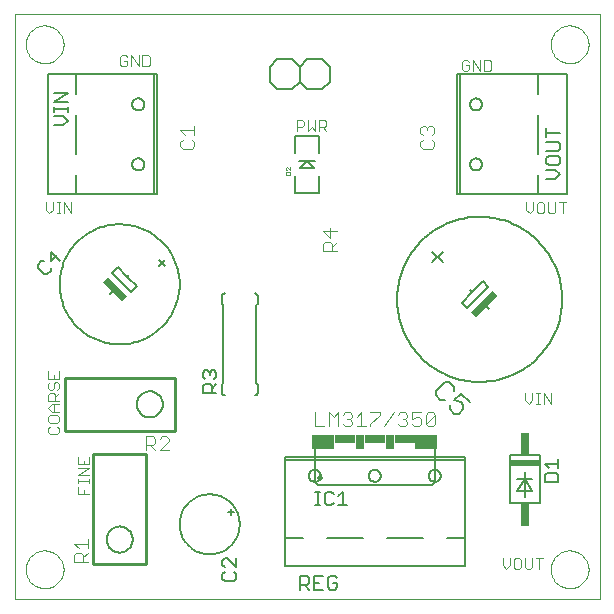
<source format=gto>
G75*
%MOIN*%
%OFA0B0*%
%FSLAX24Y24*%
%IPPOS*%
%LPD*%
%AMOC8*
5,1,8,0,0,1.08239X$1,22.5*
%
%ADD10C,0.0000*%
%ADD11C,0.0030*%
%ADD12C,0.0040*%
%ADD13C,0.0060*%
%ADD14C,0.0050*%
%ADD15R,0.1000X0.0200*%
%ADD16R,0.0300X0.0750*%
%ADD17C,0.0100*%
%ADD18R,0.0250X0.0900*%
%ADD19R,0.0250X0.1000*%
%ADD20C,0.0070*%
%ADD21C,0.0200*%
%ADD22R,0.0750X0.0500*%
%ADD23R,0.0700X0.0300*%
%ADD24R,0.0300X0.0500*%
%ADD25C,0.0080*%
%ADD26C,0.0010*%
D10*
X000100Y000100D02*
X000100Y019600D01*
X019600Y019600D01*
X019600Y000100D01*
X000100Y000100D01*
X000470Y001100D02*
X000472Y001150D01*
X000478Y001200D01*
X000488Y001249D01*
X000502Y001297D01*
X000519Y001344D01*
X000540Y001389D01*
X000565Y001433D01*
X000593Y001474D01*
X000625Y001513D01*
X000659Y001550D01*
X000696Y001584D01*
X000736Y001614D01*
X000778Y001641D01*
X000822Y001665D01*
X000868Y001686D01*
X000915Y001702D01*
X000963Y001715D01*
X001013Y001724D01*
X001062Y001729D01*
X001113Y001730D01*
X001163Y001727D01*
X001212Y001720D01*
X001261Y001709D01*
X001309Y001694D01*
X001355Y001676D01*
X001400Y001654D01*
X001443Y001628D01*
X001484Y001599D01*
X001523Y001567D01*
X001559Y001532D01*
X001591Y001494D01*
X001621Y001454D01*
X001648Y001411D01*
X001671Y001367D01*
X001690Y001321D01*
X001706Y001273D01*
X001718Y001224D01*
X001726Y001175D01*
X001730Y001125D01*
X001730Y001075D01*
X001726Y001025D01*
X001718Y000976D01*
X001706Y000927D01*
X001690Y000879D01*
X001671Y000833D01*
X001648Y000789D01*
X001621Y000746D01*
X001591Y000706D01*
X001559Y000668D01*
X001523Y000633D01*
X001484Y000601D01*
X001443Y000572D01*
X001400Y000546D01*
X001355Y000524D01*
X001309Y000506D01*
X001261Y000491D01*
X001212Y000480D01*
X001163Y000473D01*
X001113Y000470D01*
X001062Y000471D01*
X001013Y000476D01*
X000963Y000485D01*
X000915Y000498D01*
X000868Y000514D01*
X000822Y000535D01*
X000778Y000559D01*
X000736Y000586D01*
X000696Y000616D01*
X000659Y000650D01*
X000625Y000687D01*
X000593Y000726D01*
X000565Y000767D01*
X000540Y000811D01*
X000519Y000856D01*
X000502Y000903D01*
X000488Y000951D01*
X000478Y001000D01*
X000472Y001050D01*
X000470Y001100D01*
X000470Y018600D02*
X000472Y018650D01*
X000478Y018700D01*
X000488Y018749D01*
X000502Y018797D01*
X000519Y018844D01*
X000540Y018889D01*
X000565Y018933D01*
X000593Y018974D01*
X000625Y019013D01*
X000659Y019050D01*
X000696Y019084D01*
X000736Y019114D01*
X000778Y019141D01*
X000822Y019165D01*
X000868Y019186D01*
X000915Y019202D01*
X000963Y019215D01*
X001013Y019224D01*
X001062Y019229D01*
X001113Y019230D01*
X001163Y019227D01*
X001212Y019220D01*
X001261Y019209D01*
X001309Y019194D01*
X001355Y019176D01*
X001400Y019154D01*
X001443Y019128D01*
X001484Y019099D01*
X001523Y019067D01*
X001559Y019032D01*
X001591Y018994D01*
X001621Y018954D01*
X001648Y018911D01*
X001671Y018867D01*
X001690Y018821D01*
X001706Y018773D01*
X001718Y018724D01*
X001726Y018675D01*
X001730Y018625D01*
X001730Y018575D01*
X001726Y018525D01*
X001718Y018476D01*
X001706Y018427D01*
X001690Y018379D01*
X001671Y018333D01*
X001648Y018289D01*
X001621Y018246D01*
X001591Y018206D01*
X001559Y018168D01*
X001523Y018133D01*
X001484Y018101D01*
X001443Y018072D01*
X001400Y018046D01*
X001355Y018024D01*
X001309Y018006D01*
X001261Y017991D01*
X001212Y017980D01*
X001163Y017973D01*
X001113Y017970D01*
X001062Y017971D01*
X001013Y017976D01*
X000963Y017985D01*
X000915Y017998D01*
X000868Y018014D01*
X000822Y018035D01*
X000778Y018059D01*
X000736Y018086D01*
X000696Y018116D01*
X000659Y018150D01*
X000625Y018187D01*
X000593Y018226D01*
X000565Y018267D01*
X000540Y018311D01*
X000519Y018356D01*
X000502Y018403D01*
X000488Y018451D01*
X000478Y018500D01*
X000472Y018550D01*
X000470Y018600D01*
X017970Y018600D02*
X017972Y018650D01*
X017978Y018700D01*
X017988Y018749D01*
X018002Y018797D01*
X018019Y018844D01*
X018040Y018889D01*
X018065Y018933D01*
X018093Y018974D01*
X018125Y019013D01*
X018159Y019050D01*
X018196Y019084D01*
X018236Y019114D01*
X018278Y019141D01*
X018322Y019165D01*
X018368Y019186D01*
X018415Y019202D01*
X018463Y019215D01*
X018513Y019224D01*
X018562Y019229D01*
X018613Y019230D01*
X018663Y019227D01*
X018712Y019220D01*
X018761Y019209D01*
X018809Y019194D01*
X018855Y019176D01*
X018900Y019154D01*
X018943Y019128D01*
X018984Y019099D01*
X019023Y019067D01*
X019059Y019032D01*
X019091Y018994D01*
X019121Y018954D01*
X019148Y018911D01*
X019171Y018867D01*
X019190Y018821D01*
X019206Y018773D01*
X019218Y018724D01*
X019226Y018675D01*
X019230Y018625D01*
X019230Y018575D01*
X019226Y018525D01*
X019218Y018476D01*
X019206Y018427D01*
X019190Y018379D01*
X019171Y018333D01*
X019148Y018289D01*
X019121Y018246D01*
X019091Y018206D01*
X019059Y018168D01*
X019023Y018133D01*
X018984Y018101D01*
X018943Y018072D01*
X018900Y018046D01*
X018855Y018024D01*
X018809Y018006D01*
X018761Y017991D01*
X018712Y017980D01*
X018663Y017973D01*
X018613Y017970D01*
X018562Y017971D01*
X018513Y017976D01*
X018463Y017985D01*
X018415Y017998D01*
X018368Y018014D01*
X018322Y018035D01*
X018278Y018059D01*
X018236Y018086D01*
X018196Y018116D01*
X018159Y018150D01*
X018125Y018187D01*
X018093Y018226D01*
X018065Y018267D01*
X018040Y018311D01*
X018019Y018356D01*
X018002Y018403D01*
X017988Y018451D01*
X017978Y018500D01*
X017972Y018550D01*
X017970Y018600D01*
X017970Y001100D02*
X017972Y001150D01*
X017978Y001200D01*
X017988Y001249D01*
X018002Y001297D01*
X018019Y001344D01*
X018040Y001389D01*
X018065Y001433D01*
X018093Y001474D01*
X018125Y001513D01*
X018159Y001550D01*
X018196Y001584D01*
X018236Y001614D01*
X018278Y001641D01*
X018322Y001665D01*
X018368Y001686D01*
X018415Y001702D01*
X018463Y001715D01*
X018513Y001724D01*
X018562Y001729D01*
X018613Y001730D01*
X018663Y001727D01*
X018712Y001720D01*
X018761Y001709D01*
X018809Y001694D01*
X018855Y001676D01*
X018900Y001654D01*
X018943Y001628D01*
X018984Y001599D01*
X019023Y001567D01*
X019059Y001532D01*
X019091Y001494D01*
X019121Y001454D01*
X019148Y001411D01*
X019171Y001367D01*
X019190Y001321D01*
X019206Y001273D01*
X019218Y001224D01*
X019226Y001175D01*
X019230Y001125D01*
X019230Y001075D01*
X019226Y001025D01*
X019218Y000976D01*
X019206Y000927D01*
X019190Y000879D01*
X019171Y000833D01*
X019148Y000789D01*
X019121Y000746D01*
X019091Y000706D01*
X019059Y000668D01*
X019023Y000633D01*
X018984Y000601D01*
X018943Y000572D01*
X018900Y000546D01*
X018855Y000524D01*
X018809Y000506D01*
X018761Y000491D01*
X018712Y000480D01*
X018663Y000473D01*
X018613Y000470D01*
X018562Y000471D01*
X018513Y000476D01*
X018463Y000485D01*
X018415Y000498D01*
X018368Y000514D01*
X018322Y000535D01*
X018278Y000559D01*
X018236Y000586D01*
X018196Y000616D01*
X018159Y000650D01*
X018125Y000687D01*
X018093Y000726D01*
X018065Y000767D01*
X018040Y000811D01*
X018019Y000856D01*
X018002Y000903D01*
X017988Y000951D01*
X017978Y001000D01*
X017972Y001050D01*
X017970Y001100D01*
D11*
X017593Y001115D02*
X017593Y001485D01*
X017470Y001485D02*
X017717Y001485D01*
X017349Y001485D02*
X017349Y001177D01*
X017287Y001115D01*
X017163Y001115D01*
X017102Y001177D01*
X017102Y001485D01*
X016980Y001424D02*
X016918Y001485D01*
X016795Y001485D01*
X016733Y001424D01*
X016733Y001177D01*
X016795Y001115D01*
X016918Y001115D01*
X016980Y001177D01*
X016980Y001424D01*
X016612Y001485D02*
X016612Y001238D01*
X016488Y001115D01*
X016365Y001238D01*
X016365Y001485D01*
X017238Y006615D02*
X017362Y006738D01*
X017362Y006985D01*
X017483Y006985D02*
X017607Y006985D01*
X017545Y006985D02*
X017545Y006615D01*
X017483Y006615D02*
X017607Y006615D01*
X017729Y006615D02*
X017729Y006985D01*
X017976Y006615D01*
X017976Y006985D01*
X017238Y006615D02*
X017115Y006738D01*
X017115Y006985D01*
X017265Y012965D02*
X017389Y013088D01*
X017389Y013335D01*
X017510Y013274D02*
X017510Y013027D01*
X017572Y012965D01*
X017695Y012965D01*
X017757Y013027D01*
X017757Y013274D01*
X017695Y013335D01*
X017572Y013335D01*
X017510Y013274D01*
X017142Y013335D02*
X017142Y013088D01*
X017265Y012965D01*
X017878Y013027D02*
X017940Y012965D01*
X018064Y012965D01*
X018125Y013027D01*
X018125Y013335D01*
X018247Y013335D02*
X018494Y013335D01*
X018370Y013335D02*
X018370Y012965D01*
X017878Y013027D02*
X017878Y013335D01*
X015932Y017715D02*
X015747Y017715D01*
X015747Y018085D01*
X015932Y018085D01*
X015994Y018024D01*
X015994Y017777D01*
X015932Y017715D01*
X015625Y017715D02*
X015625Y018085D01*
X015378Y018085D02*
X015625Y017715D01*
X015378Y017715D02*
X015378Y018085D01*
X015257Y018024D02*
X015195Y018085D01*
X015072Y018085D01*
X015010Y018024D01*
X015010Y017777D01*
X015072Y017715D01*
X015195Y017715D01*
X015257Y017777D01*
X015257Y017900D01*
X015133Y017900D01*
X010494Y016024D02*
X010494Y015900D01*
X010432Y015838D01*
X010247Y015838D01*
X010247Y015715D02*
X010247Y016085D01*
X010432Y016085D01*
X010494Y016024D01*
X010370Y015838D02*
X010494Y015715D01*
X010125Y015715D02*
X010125Y016085D01*
X009878Y016085D02*
X009878Y015715D01*
X010002Y015838D01*
X010125Y015715D01*
X009757Y015900D02*
X009757Y016024D01*
X009695Y016085D01*
X009510Y016085D01*
X009510Y015715D01*
X009510Y015838D02*
X009695Y015838D01*
X009757Y015900D01*
X004599Y017927D02*
X004599Y018174D01*
X004537Y018235D01*
X004352Y018235D01*
X004352Y017865D01*
X004537Y017865D01*
X004599Y017927D01*
X004230Y017865D02*
X004230Y018235D01*
X003983Y018235D02*
X004230Y017865D01*
X003983Y017865D02*
X003983Y018235D01*
X003862Y018174D02*
X003800Y018235D01*
X003677Y018235D01*
X003615Y018174D01*
X003615Y017927D01*
X003677Y017865D01*
X003800Y017865D01*
X003862Y017927D01*
X003862Y018050D01*
X003738Y018050D01*
X001994Y013335D02*
X001994Y012965D01*
X001747Y013335D01*
X001747Y012965D01*
X001625Y012965D02*
X001501Y012965D01*
X001563Y012965D02*
X001563Y013335D01*
X001501Y013335D02*
X001625Y013335D01*
X001380Y013335D02*
X001380Y013088D01*
X001256Y012965D01*
X001133Y013088D01*
X001133Y013335D01*
X001215Y007703D02*
X001215Y007457D01*
X001585Y007457D01*
X001585Y007703D01*
X001400Y007580D02*
X001400Y007457D01*
X001462Y007335D02*
X001523Y007335D01*
X001585Y007273D01*
X001585Y007150D01*
X001523Y007088D01*
X001585Y006967D02*
X001462Y006843D01*
X001462Y006905D02*
X001462Y006720D01*
X001585Y006720D02*
X001215Y006720D01*
X001215Y006905D01*
X001276Y006967D01*
X001400Y006967D01*
X001462Y006905D01*
X001338Y007088D02*
X001400Y007150D01*
X001400Y007273D01*
X001462Y007335D01*
X001276Y007335D02*
X001215Y007273D01*
X001215Y007150D01*
X001276Y007088D01*
X001338Y007088D01*
X001338Y006599D02*
X001585Y006599D01*
X001400Y006599D02*
X001400Y006352D01*
X001338Y006352D02*
X001215Y006475D01*
X001338Y006599D01*
X001338Y006352D02*
X001585Y006352D01*
X001523Y006230D02*
X001276Y006230D01*
X001215Y006168D01*
X001215Y006045D01*
X001276Y005983D01*
X001523Y005983D01*
X001585Y006045D01*
X001585Y006168D01*
X001523Y006230D01*
X001523Y005862D02*
X001585Y005800D01*
X001585Y005677D01*
X001523Y005615D01*
X001276Y005615D01*
X001215Y005677D01*
X001215Y005800D01*
X001276Y005862D01*
X002215Y004844D02*
X002215Y004597D01*
X002585Y004597D01*
X002585Y004844D01*
X002400Y004721D02*
X002400Y004597D01*
X002585Y004476D02*
X002215Y004476D01*
X002215Y004229D02*
X002585Y004476D01*
X002585Y004229D02*
X002215Y004229D01*
X002215Y004107D02*
X002215Y003983D01*
X002215Y004045D02*
X002585Y004045D01*
X002585Y003983D02*
X002585Y004107D01*
X002400Y003738D02*
X002400Y003615D01*
X002585Y003615D02*
X002215Y003615D01*
X002215Y003862D01*
D12*
X002537Y002116D02*
X002537Y001809D01*
X002537Y001962D02*
X002076Y001962D01*
X002230Y001809D01*
X002306Y001655D02*
X002153Y001655D01*
X002076Y001579D01*
X002076Y001348D01*
X002537Y001348D01*
X002383Y001348D02*
X002383Y001579D01*
X002306Y001655D01*
X002383Y001502D02*
X002537Y001655D01*
X004471Y005077D02*
X004471Y005537D01*
X004701Y005537D01*
X004778Y005460D01*
X004778Y005307D01*
X004701Y005230D01*
X004471Y005230D01*
X004624Y005230D02*
X004778Y005077D01*
X004931Y005077D02*
X005238Y005384D01*
X005238Y005460D01*
X005161Y005537D01*
X005008Y005537D01*
X004931Y005460D01*
X004931Y005077D02*
X005238Y005077D01*
X010120Y005870D02*
X010427Y005870D01*
X010580Y005870D02*
X010580Y006330D01*
X010734Y006177D01*
X010887Y006330D01*
X010887Y005870D01*
X011041Y005947D02*
X011118Y005870D01*
X011271Y005870D01*
X011348Y005947D01*
X011348Y006023D01*
X011271Y006100D01*
X011194Y006100D01*
X011271Y006100D02*
X011348Y006177D01*
X011348Y006254D01*
X011271Y006330D01*
X011118Y006330D01*
X011041Y006254D01*
X011501Y006177D02*
X011655Y006330D01*
X011655Y005870D01*
X011808Y005870D02*
X011501Y005870D01*
X011962Y005870D02*
X011962Y005947D01*
X012268Y006254D01*
X012268Y006330D01*
X011962Y006330D01*
X012422Y005870D02*
X012729Y006330D01*
X012882Y006254D02*
X012959Y006330D01*
X013113Y006330D01*
X013189Y006254D01*
X013189Y006177D01*
X013113Y006100D01*
X013189Y006023D01*
X013189Y005947D01*
X013113Y005870D01*
X012959Y005870D01*
X012882Y005947D01*
X013036Y006100D02*
X013113Y006100D01*
X013343Y006100D02*
X013496Y006177D01*
X013573Y006177D01*
X013650Y006100D01*
X013650Y005947D01*
X013573Y005870D01*
X013419Y005870D01*
X013343Y005947D01*
X013343Y006100D02*
X013343Y006330D01*
X013650Y006330D01*
X013803Y006254D02*
X013880Y006330D01*
X014033Y006330D01*
X014110Y006254D01*
X013803Y005947D01*
X013880Y005870D01*
X014033Y005870D01*
X014110Y005947D01*
X014110Y006254D01*
X013803Y006254D02*
X013803Y005947D01*
X010120Y005870D02*
X010120Y006330D01*
X010370Y011699D02*
X010370Y011929D01*
X010446Y012006D01*
X010600Y012006D01*
X010677Y011929D01*
X010677Y011699D01*
X010830Y011699D02*
X010370Y011699D01*
X010677Y011853D02*
X010830Y012006D01*
X010600Y012160D02*
X010600Y012467D01*
X010830Y012390D02*
X010370Y012390D01*
X010600Y012160D01*
X013620Y015197D02*
X013696Y015120D01*
X014003Y015120D01*
X014080Y015197D01*
X014080Y015350D01*
X014003Y015427D01*
X014003Y015580D02*
X014080Y015657D01*
X014080Y015811D01*
X014003Y015887D01*
X013927Y015887D01*
X013850Y015811D01*
X013850Y015734D01*
X013850Y015811D02*
X013773Y015887D01*
X013696Y015887D01*
X013620Y015811D01*
X013620Y015657D01*
X013696Y015580D01*
X013696Y015427D02*
X013620Y015350D01*
X013620Y015197D01*
X006080Y015197D02*
X006003Y015120D01*
X005696Y015120D01*
X005620Y015197D01*
X005620Y015350D01*
X005696Y015427D01*
X005773Y015580D02*
X005620Y015734D01*
X006080Y015734D01*
X006080Y015887D02*
X006080Y015580D01*
X006003Y015427D02*
X006080Y015350D01*
X006080Y015197D01*
D13*
X004850Y013600D02*
X004750Y013600D01*
X002150Y013600D01*
X002150Y014250D01*
X002150Y013600D02*
X001200Y013600D01*
X001200Y017600D01*
X002150Y017600D01*
X002150Y016950D01*
X002150Y017600D02*
X004750Y017600D01*
X004850Y017600D01*
X004850Y013600D01*
X004750Y013600D02*
X004750Y017600D01*
X004020Y016600D02*
X004022Y016628D01*
X004028Y016655D01*
X004037Y016681D01*
X004050Y016706D01*
X004067Y016729D01*
X004086Y016749D01*
X004108Y016766D01*
X004132Y016780D01*
X004158Y016790D01*
X004185Y016797D01*
X004213Y016800D01*
X004241Y016799D01*
X004268Y016794D01*
X004295Y016785D01*
X004320Y016773D01*
X004343Y016758D01*
X004364Y016739D01*
X004382Y016718D01*
X004397Y016694D01*
X004408Y016668D01*
X004416Y016642D01*
X004420Y016614D01*
X004420Y016586D01*
X004416Y016558D01*
X004408Y016532D01*
X004397Y016506D01*
X004382Y016482D01*
X004364Y016461D01*
X004343Y016442D01*
X004320Y016427D01*
X004295Y016415D01*
X004268Y016406D01*
X004241Y016401D01*
X004213Y016400D01*
X004185Y016403D01*
X004158Y016410D01*
X004132Y016420D01*
X004108Y016434D01*
X004086Y016451D01*
X004067Y016471D01*
X004050Y016494D01*
X004037Y016519D01*
X004028Y016545D01*
X004022Y016572D01*
X004020Y016600D01*
X002150Y016250D02*
X002150Y014950D01*
X004020Y014600D02*
X004022Y014628D01*
X004028Y014655D01*
X004037Y014681D01*
X004050Y014706D01*
X004067Y014729D01*
X004086Y014749D01*
X004108Y014766D01*
X004132Y014780D01*
X004158Y014790D01*
X004185Y014797D01*
X004213Y014800D01*
X004241Y014799D01*
X004268Y014794D01*
X004295Y014785D01*
X004320Y014773D01*
X004343Y014758D01*
X004364Y014739D01*
X004382Y014718D01*
X004397Y014694D01*
X004408Y014668D01*
X004416Y014642D01*
X004420Y014614D01*
X004420Y014586D01*
X004416Y014558D01*
X004408Y014532D01*
X004397Y014506D01*
X004382Y014482D01*
X004364Y014461D01*
X004343Y014442D01*
X004320Y014427D01*
X004295Y014415D01*
X004268Y014406D01*
X004241Y014401D01*
X004213Y014400D01*
X004185Y014403D01*
X004158Y014410D01*
X004132Y014420D01*
X004108Y014434D01*
X004086Y014451D01*
X004067Y014471D01*
X004050Y014494D01*
X004037Y014519D01*
X004028Y014545D01*
X004022Y014572D01*
X004020Y014600D01*
X004908Y011413D02*
X005120Y011201D01*
X004908Y011201D02*
X005120Y011413D01*
X004166Y010529D02*
X003847Y010847D01*
X003529Y011166D01*
X003353Y010989D01*
X003989Y010353D01*
X004166Y010529D01*
X003847Y010847D02*
X003918Y010918D01*
X001600Y010600D02*
X001602Y010689D01*
X001608Y010778D01*
X001618Y010867D01*
X001632Y010955D01*
X001649Y011042D01*
X001671Y011128D01*
X001697Y011214D01*
X001726Y011298D01*
X001759Y011381D01*
X001795Y011462D01*
X001836Y011542D01*
X001879Y011619D01*
X001926Y011695D01*
X001977Y011768D01*
X002030Y011839D01*
X002087Y011908D01*
X002147Y011974D01*
X002210Y012038D01*
X002275Y012098D01*
X002343Y012156D01*
X002414Y012210D01*
X002487Y012261D01*
X002562Y012309D01*
X002639Y012354D01*
X002718Y012395D01*
X002799Y012432D01*
X002881Y012466D01*
X002965Y012497D01*
X003050Y012523D01*
X003136Y012546D01*
X003223Y012564D01*
X003311Y012579D01*
X003400Y012590D01*
X003489Y012597D01*
X003578Y012600D01*
X003667Y012599D01*
X003756Y012594D01*
X003844Y012585D01*
X003933Y012572D01*
X004020Y012555D01*
X004107Y012535D01*
X004193Y012510D01*
X004277Y012482D01*
X004360Y012450D01*
X004442Y012414D01*
X004522Y012375D01*
X004600Y012332D01*
X004676Y012286D01*
X004750Y012236D01*
X004822Y012183D01*
X004891Y012127D01*
X004958Y012068D01*
X005022Y012006D01*
X005083Y011942D01*
X005142Y011874D01*
X005197Y011804D01*
X005249Y011732D01*
X005298Y011657D01*
X005343Y011581D01*
X005385Y011502D01*
X005423Y011422D01*
X005458Y011340D01*
X005489Y011256D01*
X005517Y011171D01*
X005540Y011085D01*
X005560Y010998D01*
X005576Y010911D01*
X005588Y010822D01*
X005596Y010734D01*
X005600Y010645D01*
X005600Y010555D01*
X005596Y010466D01*
X005588Y010378D01*
X005576Y010289D01*
X005560Y010202D01*
X005540Y010115D01*
X005517Y010029D01*
X005489Y009944D01*
X005458Y009860D01*
X005423Y009778D01*
X005385Y009698D01*
X005343Y009619D01*
X005298Y009543D01*
X005249Y009468D01*
X005197Y009396D01*
X005142Y009326D01*
X005083Y009258D01*
X005022Y009194D01*
X004958Y009132D01*
X004891Y009073D01*
X004822Y009017D01*
X004750Y008964D01*
X004676Y008914D01*
X004600Y008868D01*
X004522Y008825D01*
X004442Y008786D01*
X004360Y008750D01*
X004277Y008718D01*
X004193Y008690D01*
X004107Y008665D01*
X004020Y008645D01*
X003933Y008628D01*
X003844Y008615D01*
X003756Y008606D01*
X003667Y008601D01*
X003578Y008600D01*
X003489Y008603D01*
X003400Y008610D01*
X003311Y008621D01*
X003223Y008636D01*
X003136Y008654D01*
X003050Y008677D01*
X002965Y008703D01*
X002881Y008734D01*
X002799Y008768D01*
X002718Y008805D01*
X002639Y008846D01*
X002562Y008891D01*
X002487Y008939D01*
X002414Y008990D01*
X002343Y009044D01*
X002275Y009102D01*
X002210Y009162D01*
X002147Y009226D01*
X002087Y009292D01*
X002030Y009361D01*
X001977Y009432D01*
X001926Y009505D01*
X001879Y009581D01*
X001836Y009658D01*
X001795Y009738D01*
X001759Y009819D01*
X001726Y009902D01*
X001697Y009986D01*
X001671Y010072D01*
X001649Y010158D01*
X001632Y010245D01*
X001618Y010333D01*
X001608Y010422D01*
X001602Y010511D01*
X001600Y010600D01*
X003282Y010282D02*
X003423Y010423D01*
X007000Y010200D02*
X007000Y009950D01*
X007050Y009900D01*
X007050Y007300D01*
X007000Y007250D01*
X007000Y007000D01*
X007002Y006983D01*
X007006Y006966D01*
X007013Y006950D01*
X007023Y006936D01*
X007036Y006923D01*
X007050Y006913D01*
X007066Y006906D01*
X007083Y006902D01*
X007100Y006900D01*
X008100Y006900D02*
X008117Y006902D01*
X008134Y006906D01*
X008150Y006913D01*
X008164Y006923D01*
X008177Y006936D01*
X008187Y006950D01*
X008194Y006966D01*
X008198Y006983D01*
X008200Y007000D01*
X008200Y007250D01*
X008150Y007300D01*
X008150Y009900D01*
X008200Y009950D01*
X008200Y010200D01*
X008198Y010217D01*
X008194Y010234D01*
X008187Y010250D01*
X008177Y010264D01*
X008164Y010277D01*
X008150Y010287D01*
X008134Y010294D01*
X008117Y010298D01*
X008100Y010300D01*
X007100Y010300D02*
X007083Y010298D01*
X007066Y010294D01*
X007050Y010287D01*
X007036Y010277D01*
X007023Y010264D01*
X007013Y010250D01*
X007006Y010234D01*
X007002Y010217D01*
X007000Y010200D01*
X004170Y006600D02*
X004172Y006641D01*
X004178Y006682D01*
X004188Y006722D01*
X004201Y006761D01*
X004218Y006799D01*
X004239Y006835D01*
X004263Y006868D01*
X004290Y006899D01*
X004320Y006928D01*
X004352Y006954D01*
X004387Y006976D01*
X004424Y006995D01*
X004462Y007010D01*
X004502Y007022D01*
X004542Y007030D01*
X004583Y007034D01*
X004625Y007034D01*
X004666Y007030D01*
X004706Y007022D01*
X004746Y007010D01*
X004784Y006995D01*
X004821Y006976D01*
X004856Y006954D01*
X004888Y006928D01*
X004918Y006899D01*
X004945Y006868D01*
X004969Y006835D01*
X004990Y006799D01*
X005007Y006761D01*
X005020Y006722D01*
X005030Y006682D01*
X005036Y006641D01*
X005038Y006600D01*
X005036Y006559D01*
X005030Y006518D01*
X005020Y006478D01*
X005007Y006439D01*
X004990Y006401D01*
X004969Y006365D01*
X004945Y006332D01*
X004918Y006301D01*
X004888Y006272D01*
X004856Y006246D01*
X004821Y006224D01*
X004784Y006205D01*
X004746Y006190D01*
X004706Y006178D01*
X004666Y006170D01*
X004625Y006166D01*
X004583Y006166D01*
X004542Y006170D01*
X004502Y006178D01*
X004462Y006190D01*
X004424Y006205D01*
X004387Y006224D01*
X004352Y006246D01*
X004320Y006272D01*
X004290Y006301D01*
X004263Y006332D01*
X004239Y006365D01*
X004218Y006401D01*
X004201Y006439D01*
X004188Y006478D01*
X004178Y006518D01*
X004172Y006559D01*
X004170Y006600D01*
X007300Y003100D02*
X007300Y002900D01*
X007200Y003000D02*
X007400Y003000D01*
X005600Y002600D02*
X005602Y002663D01*
X005608Y002725D01*
X005618Y002787D01*
X005631Y002849D01*
X005649Y002909D01*
X005670Y002968D01*
X005695Y003026D01*
X005724Y003082D01*
X005756Y003136D01*
X005791Y003188D01*
X005829Y003237D01*
X005871Y003285D01*
X005915Y003329D01*
X005963Y003371D01*
X006012Y003409D01*
X006064Y003444D01*
X006118Y003476D01*
X006174Y003505D01*
X006232Y003530D01*
X006291Y003551D01*
X006351Y003569D01*
X006413Y003582D01*
X006475Y003592D01*
X006537Y003598D01*
X006600Y003600D01*
X006663Y003598D01*
X006725Y003592D01*
X006787Y003582D01*
X006849Y003569D01*
X006909Y003551D01*
X006968Y003530D01*
X007026Y003505D01*
X007082Y003476D01*
X007136Y003444D01*
X007188Y003409D01*
X007237Y003371D01*
X007285Y003329D01*
X007329Y003285D01*
X007371Y003237D01*
X007409Y003188D01*
X007444Y003136D01*
X007476Y003082D01*
X007505Y003026D01*
X007530Y002968D01*
X007551Y002909D01*
X007569Y002849D01*
X007582Y002787D01*
X007592Y002725D01*
X007598Y002663D01*
X007600Y002600D01*
X007598Y002537D01*
X007592Y002475D01*
X007582Y002413D01*
X007569Y002351D01*
X007551Y002291D01*
X007530Y002232D01*
X007505Y002174D01*
X007476Y002118D01*
X007444Y002064D01*
X007409Y002012D01*
X007371Y001963D01*
X007329Y001915D01*
X007285Y001871D01*
X007237Y001829D01*
X007188Y001791D01*
X007136Y001756D01*
X007082Y001724D01*
X007026Y001695D01*
X006968Y001670D01*
X006909Y001649D01*
X006849Y001631D01*
X006787Y001618D01*
X006725Y001608D01*
X006663Y001602D01*
X006600Y001600D01*
X006537Y001602D01*
X006475Y001608D01*
X006413Y001618D01*
X006351Y001631D01*
X006291Y001649D01*
X006232Y001670D01*
X006174Y001695D01*
X006118Y001724D01*
X006064Y001756D01*
X006012Y001791D01*
X005963Y001829D01*
X005915Y001871D01*
X005871Y001915D01*
X005829Y001963D01*
X005791Y002012D01*
X005756Y002064D01*
X005724Y002118D01*
X005695Y002174D01*
X005670Y002232D01*
X005649Y002291D01*
X005631Y002351D01*
X005618Y002413D01*
X005608Y002475D01*
X005602Y002537D01*
X005600Y002600D01*
X003166Y002096D02*
X003168Y002137D01*
X003174Y002178D01*
X003184Y002218D01*
X003197Y002257D01*
X003214Y002295D01*
X003235Y002331D01*
X003259Y002364D01*
X003286Y002395D01*
X003316Y002424D01*
X003348Y002450D01*
X003383Y002472D01*
X003420Y002491D01*
X003458Y002506D01*
X003498Y002518D01*
X003538Y002526D01*
X003579Y002530D01*
X003621Y002530D01*
X003662Y002526D01*
X003702Y002518D01*
X003742Y002506D01*
X003780Y002491D01*
X003817Y002472D01*
X003852Y002450D01*
X003884Y002424D01*
X003914Y002395D01*
X003941Y002364D01*
X003965Y002331D01*
X003986Y002295D01*
X004003Y002257D01*
X004016Y002218D01*
X004026Y002178D01*
X004032Y002137D01*
X004034Y002096D01*
X004032Y002055D01*
X004026Y002014D01*
X004016Y001974D01*
X004003Y001935D01*
X003986Y001897D01*
X003965Y001861D01*
X003941Y001828D01*
X003914Y001797D01*
X003884Y001768D01*
X003852Y001742D01*
X003817Y001720D01*
X003780Y001701D01*
X003742Y001686D01*
X003702Y001674D01*
X003662Y001666D01*
X003621Y001662D01*
X003579Y001662D01*
X003538Y001666D01*
X003498Y001674D01*
X003458Y001686D01*
X003420Y001701D01*
X003383Y001720D01*
X003348Y001742D01*
X003316Y001768D01*
X003286Y001797D01*
X003259Y001828D01*
X003235Y001861D01*
X003214Y001897D01*
X003197Y001935D01*
X003184Y001974D01*
X003174Y002014D01*
X003168Y002055D01*
X003166Y002096D01*
X009100Y002150D02*
X009100Y001200D01*
X015100Y001200D01*
X015100Y002150D01*
X015100Y004750D01*
X015100Y004850D01*
X009100Y004850D01*
X009100Y004750D01*
X015100Y004750D01*
X014100Y005150D02*
X014100Y004000D01*
X014000Y003900D01*
X010200Y003900D01*
X010100Y004000D01*
X010100Y005150D01*
X009900Y004220D02*
X009902Y004248D01*
X009908Y004275D01*
X009917Y004301D01*
X009930Y004326D01*
X009947Y004349D01*
X009966Y004369D01*
X009988Y004386D01*
X010012Y004400D01*
X010038Y004410D01*
X010065Y004417D01*
X010093Y004420D01*
X010121Y004419D01*
X010148Y004414D01*
X010175Y004405D01*
X010200Y004393D01*
X010223Y004378D01*
X010244Y004359D01*
X010262Y004338D01*
X010277Y004314D01*
X010288Y004288D01*
X010296Y004262D01*
X010300Y004234D01*
X010300Y004206D01*
X010296Y004178D01*
X010288Y004152D01*
X010277Y004126D01*
X010262Y004102D01*
X010244Y004081D01*
X010223Y004062D01*
X010200Y004047D01*
X010175Y004035D01*
X010148Y004026D01*
X010121Y004021D01*
X010093Y004020D01*
X010065Y004023D01*
X010038Y004030D01*
X010012Y004040D01*
X009988Y004054D01*
X009966Y004071D01*
X009947Y004091D01*
X009930Y004114D01*
X009917Y004139D01*
X009908Y004165D01*
X009902Y004192D01*
X009900Y004220D01*
X009100Y004750D02*
X009100Y002150D01*
X009700Y002150D01*
X010500Y002150D02*
X011700Y002150D01*
X012500Y002150D02*
X013700Y002150D01*
X014500Y002150D02*
X015100Y002150D01*
X016600Y003300D02*
X017600Y003300D01*
X017600Y004900D01*
X016600Y004900D01*
X016600Y003300D01*
X016850Y003700D02*
X017100Y004100D01*
X016850Y004100D01*
X017100Y004100D02*
X017350Y004100D01*
X017100Y004100D02*
X017100Y004350D01*
X017100Y004100D02*
X017350Y003700D01*
X016850Y003700D01*
X017100Y003500D02*
X017100Y004100D01*
X013900Y004220D02*
X013902Y004248D01*
X013908Y004275D01*
X013917Y004301D01*
X013930Y004326D01*
X013947Y004349D01*
X013966Y004369D01*
X013988Y004386D01*
X014012Y004400D01*
X014038Y004410D01*
X014065Y004417D01*
X014093Y004420D01*
X014121Y004419D01*
X014148Y004414D01*
X014175Y004405D01*
X014200Y004393D01*
X014223Y004378D01*
X014244Y004359D01*
X014262Y004338D01*
X014277Y004314D01*
X014288Y004288D01*
X014296Y004262D01*
X014300Y004234D01*
X014300Y004206D01*
X014296Y004178D01*
X014288Y004152D01*
X014277Y004126D01*
X014262Y004102D01*
X014244Y004081D01*
X014223Y004062D01*
X014200Y004047D01*
X014175Y004035D01*
X014148Y004026D01*
X014121Y004021D01*
X014093Y004020D01*
X014065Y004023D01*
X014038Y004030D01*
X014012Y004040D01*
X013988Y004054D01*
X013966Y004071D01*
X013947Y004091D01*
X013930Y004114D01*
X013917Y004139D01*
X013908Y004165D01*
X013902Y004192D01*
X013900Y004220D01*
X011900Y004220D02*
X011902Y004248D01*
X011908Y004275D01*
X011917Y004301D01*
X011930Y004326D01*
X011947Y004349D01*
X011966Y004369D01*
X011988Y004386D01*
X012012Y004400D01*
X012038Y004410D01*
X012065Y004417D01*
X012093Y004420D01*
X012121Y004419D01*
X012148Y004414D01*
X012175Y004405D01*
X012200Y004393D01*
X012223Y004378D01*
X012244Y004359D01*
X012262Y004338D01*
X012277Y004314D01*
X012288Y004288D01*
X012296Y004262D01*
X012300Y004234D01*
X012300Y004206D01*
X012296Y004178D01*
X012288Y004152D01*
X012277Y004126D01*
X012262Y004102D01*
X012244Y004081D01*
X012223Y004062D01*
X012200Y004047D01*
X012175Y004035D01*
X012148Y004026D01*
X012121Y004021D01*
X012093Y004020D01*
X012065Y004023D01*
X012038Y004030D01*
X012012Y004040D01*
X011988Y004054D01*
X011966Y004071D01*
X011947Y004091D01*
X011930Y004114D01*
X011917Y004139D01*
X011908Y004165D01*
X011902Y004192D01*
X011900Y004220D01*
X015176Y009817D02*
X015883Y010524D01*
X015706Y010701D01*
X015353Y010347D01*
X014999Y009994D01*
X015176Y009817D01*
X012850Y010100D02*
X012852Y010205D01*
X012858Y010309D01*
X012868Y010413D01*
X012882Y010517D01*
X012900Y010620D01*
X012921Y010723D01*
X012947Y010824D01*
X012977Y010925D01*
X013010Y011024D01*
X013047Y011122D01*
X013088Y011219D01*
X013132Y011313D01*
X013180Y011406D01*
X013232Y011498D01*
X013287Y011587D01*
X013345Y011674D01*
X013406Y011758D01*
X013471Y011841D01*
X013539Y011921D01*
X013610Y011998D01*
X013683Y012072D01*
X013760Y012144D01*
X013839Y012212D01*
X013921Y012278D01*
X014005Y012340D01*
X014091Y012399D01*
X014180Y012455D01*
X014271Y012507D01*
X014363Y012556D01*
X014458Y012601D01*
X014554Y012643D01*
X014651Y012681D01*
X014750Y012715D01*
X014850Y012746D01*
X014952Y012772D01*
X015054Y012795D01*
X015157Y012814D01*
X015261Y012829D01*
X015365Y012840D01*
X015469Y012847D01*
X015574Y012850D01*
X015679Y012849D01*
X015783Y012844D01*
X015887Y012835D01*
X015991Y012822D01*
X016095Y012805D01*
X016197Y012784D01*
X016299Y012760D01*
X016400Y012731D01*
X016499Y012699D01*
X016598Y012663D01*
X016695Y012623D01*
X016790Y012579D01*
X016883Y012532D01*
X016975Y012482D01*
X017065Y012427D01*
X017152Y012370D01*
X017238Y012309D01*
X017320Y012245D01*
X017401Y012178D01*
X017479Y012108D01*
X017554Y012035D01*
X017626Y011959D01*
X017695Y011881D01*
X017762Y011800D01*
X017825Y011716D01*
X017885Y011631D01*
X017941Y011542D01*
X017995Y011452D01*
X018044Y011360D01*
X018090Y011266D01*
X018133Y011170D01*
X018172Y011073D01*
X018207Y010975D01*
X018239Y010875D01*
X018266Y010774D01*
X018290Y010672D01*
X018310Y010569D01*
X018326Y010465D01*
X018338Y010361D01*
X018346Y010257D01*
X018350Y010152D01*
X018350Y010048D01*
X018346Y009943D01*
X018338Y009839D01*
X018326Y009735D01*
X018310Y009631D01*
X018290Y009528D01*
X018266Y009426D01*
X018239Y009325D01*
X018207Y009225D01*
X018172Y009127D01*
X018133Y009030D01*
X018090Y008934D01*
X018044Y008840D01*
X017995Y008748D01*
X017941Y008658D01*
X017885Y008569D01*
X017825Y008484D01*
X017762Y008400D01*
X017695Y008319D01*
X017626Y008241D01*
X017554Y008165D01*
X017479Y008092D01*
X017401Y008022D01*
X017320Y007955D01*
X017238Y007891D01*
X017152Y007830D01*
X017065Y007773D01*
X016975Y007718D01*
X016883Y007668D01*
X016790Y007621D01*
X016695Y007577D01*
X016598Y007537D01*
X016499Y007501D01*
X016400Y007469D01*
X016299Y007440D01*
X016197Y007416D01*
X016095Y007395D01*
X015991Y007378D01*
X015887Y007365D01*
X015783Y007356D01*
X015679Y007351D01*
X015574Y007350D01*
X015469Y007353D01*
X015365Y007360D01*
X015261Y007371D01*
X015157Y007386D01*
X015054Y007405D01*
X014952Y007428D01*
X014850Y007454D01*
X014750Y007485D01*
X014651Y007519D01*
X014554Y007557D01*
X014458Y007599D01*
X014363Y007644D01*
X014271Y007693D01*
X014180Y007745D01*
X014091Y007801D01*
X014005Y007860D01*
X013921Y007922D01*
X013839Y007988D01*
X013760Y008056D01*
X013683Y008128D01*
X013610Y008202D01*
X013539Y008279D01*
X013471Y008359D01*
X013406Y008442D01*
X013345Y008526D01*
X013287Y008613D01*
X013232Y008702D01*
X013180Y008794D01*
X013132Y008887D01*
X013088Y008981D01*
X013047Y009078D01*
X013010Y009176D01*
X012977Y009275D01*
X012947Y009376D01*
X012921Y009477D01*
X012900Y009580D01*
X012882Y009683D01*
X012868Y009787D01*
X012858Y009891D01*
X012852Y009995D01*
X012850Y010100D01*
X014009Y011337D02*
X014363Y011691D01*
X014009Y011691D02*
X014363Y011337D01*
X015282Y010418D02*
X015353Y010347D01*
X015777Y009923D02*
X015918Y009782D01*
X014950Y013600D02*
X014850Y013600D01*
X014850Y017600D01*
X014950Y017600D01*
X017550Y017600D01*
X017550Y016950D01*
X017550Y017600D02*
X018500Y017600D01*
X018500Y013600D01*
X017550Y013600D01*
X017550Y014250D01*
X017550Y013600D02*
X014950Y013600D01*
X014950Y017600D01*
X015280Y016600D02*
X015282Y016628D01*
X015288Y016655D01*
X015297Y016681D01*
X015310Y016706D01*
X015327Y016729D01*
X015346Y016749D01*
X015368Y016766D01*
X015392Y016780D01*
X015418Y016790D01*
X015445Y016797D01*
X015473Y016800D01*
X015501Y016799D01*
X015528Y016794D01*
X015555Y016785D01*
X015580Y016773D01*
X015603Y016758D01*
X015624Y016739D01*
X015642Y016718D01*
X015657Y016694D01*
X015668Y016668D01*
X015676Y016642D01*
X015680Y016614D01*
X015680Y016586D01*
X015676Y016558D01*
X015668Y016532D01*
X015657Y016506D01*
X015642Y016482D01*
X015624Y016461D01*
X015603Y016442D01*
X015580Y016427D01*
X015555Y016415D01*
X015528Y016406D01*
X015501Y016401D01*
X015473Y016400D01*
X015445Y016403D01*
X015418Y016410D01*
X015392Y016420D01*
X015368Y016434D01*
X015346Y016451D01*
X015327Y016471D01*
X015310Y016494D01*
X015297Y016519D01*
X015288Y016545D01*
X015282Y016572D01*
X015280Y016600D01*
X015280Y014600D02*
X015282Y014628D01*
X015288Y014655D01*
X015297Y014681D01*
X015310Y014706D01*
X015327Y014729D01*
X015346Y014749D01*
X015368Y014766D01*
X015392Y014780D01*
X015418Y014790D01*
X015445Y014797D01*
X015473Y014800D01*
X015501Y014799D01*
X015528Y014794D01*
X015555Y014785D01*
X015580Y014773D01*
X015603Y014758D01*
X015624Y014739D01*
X015642Y014718D01*
X015657Y014694D01*
X015668Y014668D01*
X015676Y014642D01*
X015680Y014614D01*
X015680Y014586D01*
X015676Y014558D01*
X015668Y014532D01*
X015657Y014506D01*
X015642Y014482D01*
X015624Y014461D01*
X015603Y014442D01*
X015580Y014427D01*
X015555Y014415D01*
X015528Y014406D01*
X015501Y014401D01*
X015473Y014400D01*
X015445Y014403D01*
X015418Y014410D01*
X015392Y014420D01*
X015368Y014434D01*
X015346Y014451D01*
X015327Y014471D01*
X015310Y014494D01*
X015297Y014519D01*
X015288Y014545D01*
X015282Y014572D01*
X015280Y014600D01*
X017550Y014950D02*
X017550Y016250D01*
X010600Y017350D02*
X010350Y017100D01*
X009850Y017100D01*
X009600Y017350D01*
X009350Y017100D01*
X008850Y017100D01*
X008600Y017350D01*
X008600Y017850D01*
X008850Y018100D01*
X009350Y018100D01*
X009600Y017850D01*
X009850Y018100D01*
X010350Y018100D01*
X010600Y017850D01*
X010600Y017350D01*
X009600Y017350D02*
X009600Y017850D01*
D14*
X001875Y016965D02*
X001425Y016965D01*
X001425Y016665D02*
X001875Y016965D01*
X001875Y016665D02*
X001425Y016665D01*
X001425Y016508D02*
X001425Y016358D01*
X001425Y016433D02*
X001875Y016433D01*
X001875Y016358D02*
X001875Y016508D01*
X001725Y016198D02*
X001425Y016198D01*
X001725Y016198D02*
X001875Y016047D01*
X001725Y015897D01*
X001425Y015897D01*
X001303Y011691D02*
X001303Y011372D01*
X001515Y011584D01*
X001621Y011372D02*
X001303Y011691D01*
X001084Y011365D02*
X000977Y011365D01*
X000871Y011259D01*
X000871Y011153D01*
X001084Y010940D01*
X001190Y010940D01*
X001296Y011047D01*
X001296Y011153D01*
X006375Y007661D02*
X006450Y007736D01*
X006525Y007736D01*
X006600Y007661D01*
X006675Y007736D01*
X006750Y007736D01*
X006825Y007661D01*
X006825Y007510D01*
X006750Y007435D01*
X006825Y007275D02*
X006675Y007125D01*
X006675Y007200D02*
X006675Y006975D01*
X006825Y006975D02*
X006375Y006975D01*
X006375Y007200D01*
X006450Y007275D01*
X006600Y007275D01*
X006675Y007200D01*
X006450Y007435D02*
X006375Y007510D01*
X006375Y007661D01*
X006600Y007661D02*
X006600Y007586D01*
X010125Y003695D02*
X010275Y003695D01*
X010200Y003695D02*
X010200Y003245D01*
X010125Y003245D02*
X010275Y003245D01*
X010432Y003320D02*
X010507Y003245D01*
X010657Y003245D01*
X010732Y003320D01*
X010892Y003245D02*
X011193Y003245D01*
X011042Y003245D02*
X011042Y003695D01*
X010892Y003545D01*
X010732Y003620D02*
X010657Y003695D01*
X010507Y003695D01*
X010432Y003620D01*
X010432Y003320D01*
X010386Y000875D02*
X010085Y000875D01*
X010085Y000425D01*
X010386Y000425D01*
X010546Y000500D02*
X010621Y000425D01*
X010771Y000425D01*
X010846Y000500D01*
X010846Y000650D01*
X010696Y000650D01*
X010546Y000800D02*
X010546Y000500D01*
X010546Y000800D02*
X010621Y000875D01*
X010771Y000875D01*
X010846Y000800D01*
X010236Y000650D02*
X010085Y000650D01*
X009925Y000650D02*
X009850Y000575D01*
X009625Y000575D01*
X009625Y000425D02*
X009625Y000875D01*
X009850Y000875D01*
X009925Y000800D01*
X009925Y000650D01*
X009775Y000575D02*
X009925Y000425D01*
X007475Y000779D02*
X007475Y000929D01*
X007400Y001004D01*
X007475Y001165D02*
X007175Y001465D01*
X007100Y001465D01*
X007025Y001390D01*
X007025Y001240D01*
X007100Y001165D01*
X007100Y001004D02*
X007025Y000929D01*
X007025Y000779D01*
X007100Y000704D01*
X007400Y000704D01*
X007475Y000779D01*
X007475Y001165D02*
X007475Y001465D01*
X017775Y004004D02*
X017775Y004229D01*
X017850Y004304D01*
X018150Y004304D01*
X018225Y004229D01*
X018225Y004004D01*
X017775Y004004D01*
X017925Y004465D02*
X017775Y004615D01*
X018225Y004615D01*
X018225Y004465D02*
X018225Y004765D01*
X018125Y014125D02*
X017825Y014125D01*
X018125Y014125D02*
X018275Y014275D01*
X018125Y014425D01*
X017825Y014425D01*
X017900Y014585D02*
X018200Y014585D01*
X018275Y014660D01*
X018275Y014811D01*
X018200Y014886D01*
X017900Y014886D01*
X017825Y014811D01*
X017825Y014660D01*
X017900Y014585D01*
X017825Y015046D02*
X018200Y015046D01*
X018275Y015121D01*
X018275Y015271D01*
X018200Y015346D01*
X017825Y015346D01*
X017825Y015506D02*
X017825Y015806D01*
X017825Y015656D02*
X018275Y015656D01*
D15*
X017100Y004650D03*
D16*
X017100Y005275D03*
X017100Y002925D03*
D17*
X005431Y005714D02*
X001769Y005714D01*
X001769Y007486D01*
X005431Y007486D01*
X005431Y005714D01*
X004486Y004931D02*
X004486Y001269D01*
X002714Y001269D01*
X002714Y004931D01*
X004486Y004931D01*
D18*
G36*
X003035Y010670D02*
X003212Y010847D01*
X003847Y010212D01*
X003670Y010035D01*
X003035Y010670D01*
G37*
D19*
G36*
X015494Y009500D02*
X015318Y009676D01*
X016024Y010382D01*
X016200Y010206D01*
X015494Y009500D01*
G37*
D20*
X014590Y007342D02*
X014441Y007342D01*
X014144Y007045D01*
X014144Y006896D01*
X014293Y006748D01*
X014441Y006748D01*
X014600Y006589D02*
X014600Y006441D01*
X014749Y006292D01*
X014897Y006292D01*
X015046Y006441D01*
X015046Y006589D01*
X014971Y006664D01*
X014749Y006738D01*
X014971Y006961D01*
X015269Y006664D01*
X014739Y007045D02*
X014739Y007194D01*
X014590Y007342D01*
D21*
X010280Y004140D03*
D22*
X010375Y005350D03*
X013825Y005350D03*
D23*
X013100Y005450D03*
X012100Y005450D03*
X011100Y005450D03*
D24*
X011600Y005350D03*
X012600Y005350D03*
D25*
X010244Y013655D02*
X009456Y013655D01*
X009456Y014206D01*
X009614Y014482D02*
X010086Y014482D01*
X009850Y014718D01*
X009614Y014482D01*
X009574Y014718D02*
X009850Y014718D01*
X010126Y014718D01*
X010244Y014994D02*
X010244Y015545D01*
X009456Y015545D01*
X009456Y014994D01*
X010244Y014206D02*
X010244Y013655D01*
D26*
X009295Y014255D02*
X009295Y014330D01*
X009270Y014355D01*
X009170Y014355D01*
X009145Y014330D01*
X009145Y014255D01*
X009295Y014255D01*
X009295Y014402D02*
X009195Y014502D01*
X009170Y014502D01*
X009145Y014477D01*
X009145Y014427D01*
X009170Y014402D01*
X009295Y014402D02*
X009295Y014502D01*
M02*

</source>
